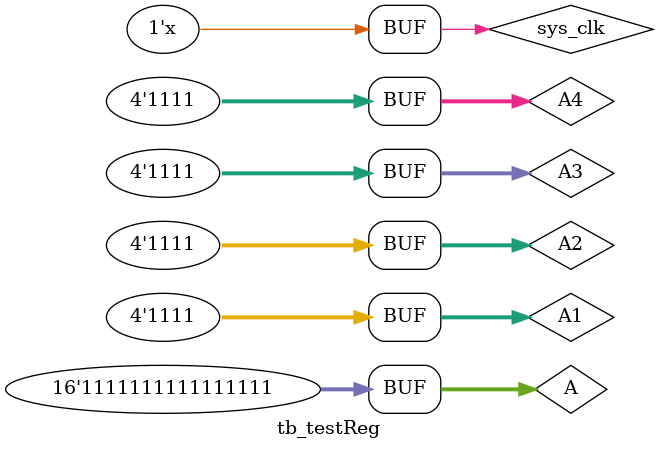
<source format=v>
`timescale 1ns / 1ps


module tb_testReg();

    reg sys_clk;
    reg [3:0] A1;
    reg [3:0] A2;
    reg [3:0] A3;
    reg [3:0] A4;
    reg [15:0] A;
    wire [15:0] my_res;
    wire [15:0] B;
    initial begin
        A1 = 4'b1111;
        A2 = 4'b1111;
        A3 = 4'b1111;
        A4 = 4'b1111;
        A = {A1,A2,A3,A4};
        // A[0+:4]=4'b0000;
        sys_clk = 0;
    end
    always #10 sys_clk = ~sys_clk;
    test_reg my_reg(
        .clk(sys_clk),
        .A(A),
        .outData(my_res),
        .B(B)
    );
endmodule

</source>
